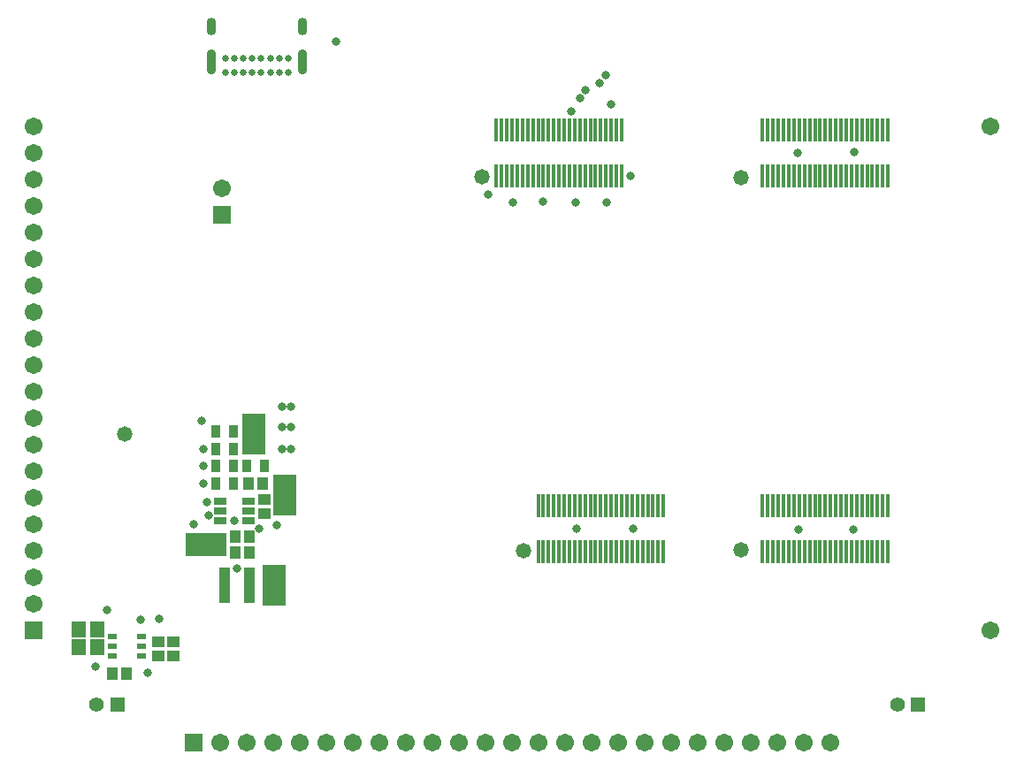
<source format=gbr>
%TF.GenerationSoftware,Altium Limited,Altium Designer,22.7.1 (60)*%
G04 Layer_Color=16711935*
%FSLAX45Y45*%
%MOMM*%
%TF.SameCoordinates,3BEA7849-7BF4-4C83-8F54-36563B6BDC8B*%
%TF.FilePolarity,Negative*%
%TF.FileFunction,Soldermask,Bot*%
%TF.Part,Single*%
G01*
G75*
%TA.AperFunction,ComponentPad*%
%ADD18C,0.65000*%
G04:AMPARAMS|DCode=19|XSize=0.9mm|YSize=2.4mm|CornerRadius=0.45mm|HoleSize=0mm|Usage=FLASHONLY|Rotation=0.000|XOffset=0mm|YOffset=0mm|HoleType=Round|Shape=RoundedRectangle|*
%AMROUNDEDRECTD19*
21,1,0.90000,1.50000,0,0,0.0*
21,1,0.00000,2.40000,0,0,0.0*
1,1,0.90000,0.00000,-0.75000*
1,1,0.90000,0.00000,-0.75000*
1,1,0.90000,0.00000,0.75000*
1,1,0.90000,0.00000,0.75000*
%
%ADD19ROUNDEDRECTD19*%
G04:AMPARAMS|DCode=20|XSize=0.9mm|YSize=1.7mm|CornerRadius=0.45mm|HoleSize=0mm|Usage=FLASHONLY|Rotation=0.000|XOffset=0mm|YOffset=0mm|HoleType=Round|Shape=RoundedRectangle|*
%AMROUNDEDRECTD20*
21,1,0.90000,0.80000,0,0,0.0*
21,1,0.00000,1.70000,0,0,0.0*
1,1,0.90000,0.00000,-0.40000*
1,1,0.90000,0.00000,-0.40000*
1,1,0.90000,0.00000,0.40000*
1,1,0.90000,0.00000,0.40000*
%
%ADD20ROUNDEDRECTD20*%
%TA.AperFunction,SMDPad,CuDef*%
%ADD33R,0.95250X0.60960*%
%ADD35R,0.98000X3.40000*%
%ADD47R,4.00320X2.23320*%
%ADD48R,1.10320X1.20320*%
%ADD49R,1.05320X1.15320*%
%ADD50R,0.85320X1.25320*%
%ADD51R,2.23320X4.00320*%
%ADD52R,1.15320X1.05320*%
%ADD53R,1.35320X1.55320*%
%ADD54R,1.20320X1.10320*%
%ADD55R,1.20320X0.80320*%
%ADD56R,0.45320X2.20320*%
%TA.AperFunction,ComponentPad*%
%ADD57C,1.40320*%
%ADD58R,1.40320X1.40320*%
%ADD59C,1.70320*%
%ADD60R,1.70320X1.70320*%
%ADD61R,1.70320X1.70320*%
%TA.AperFunction,ViaPad*%
%ADD62C,1.70320*%
%ADD63C,0.83820*%
%ADD64C,1.47320*%
D18*
X2102100Y7009600D02*
D03*
X2187101D02*
D03*
X2272100D02*
D03*
X2357100D02*
D03*
X2442101D02*
D03*
X2527101D02*
D03*
X2612100D02*
D03*
X2697101D02*
D03*
Y6874600D02*
D03*
X2612100D02*
D03*
X2527101D02*
D03*
X2442101D02*
D03*
X2357100D02*
D03*
X2272100D02*
D03*
X2187101D02*
D03*
X2102100D02*
D03*
D19*
X2832101Y6972600D02*
D03*
X1967100D02*
D03*
D20*
X2832101Y7310600D02*
D03*
X1967100D02*
D03*
D33*
X1292581Y1473352D02*
D03*
Y1379372D02*
D03*
Y1285392D02*
D03*
X1016991D02*
D03*
Y1379372D02*
D03*
Y1473352D02*
D03*
D35*
X2087947Y1961286D02*
D03*
X2324947D02*
D03*
D47*
X1909674Y2354834D02*
D03*
D48*
X2325560Y2425802D02*
D03*
X2190560D02*
D03*
X1151369Y1116127D02*
D03*
X1016369D02*
D03*
X2190560Y2277415D02*
D03*
X2325560D02*
D03*
D49*
X2452092Y2935478D02*
D03*
X2322092D02*
D03*
D50*
X2302092Y3103220D02*
D03*
X2472092D02*
D03*
X2175318Y2935478D02*
D03*
X2005318D02*
D03*
X2175318Y3103220D02*
D03*
X2005318D02*
D03*
X2175318Y3270961D02*
D03*
X2005318D02*
D03*
X2175318Y3438703D02*
D03*
X2005318D02*
D03*
D51*
X2374189Y3412896D02*
D03*
X2664511Y2825801D02*
D03*
X2567737Y1961286D02*
D03*
D52*
X2470963Y2651123D02*
D03*
Y2781123D02*
D03*
D53*
X868144Y1367739D02*
D03*
X693144D02*
D03*
X868143Y1541932D02*
D03*
X693143D02*
D03*
D54*
X1599997Y1287336D02*
D03*
Y1422336D02*
D03*
X1458062Y1287336D02*
D03*
Y1422336D02*
D03*
D55*
X2322574Y2580640D02*
D03*
Y2675640D02*
D03*
Y2770640D02*
D03*
X2047574D02*
D03*
Y2675640D02*
D03*
Y2580640D02*
D03*
D56*
X6292406Y2723489D02*
D03*
X6242406D02*
D03*
X6192406D02*
D03*
X6142406D02*
D03*
X5942406D02*
D03*
X5992406D02*
D03*
X6092406D02*
D03*
X5892406D02*
D03*
X6042406D02*
D03*
X5842406D02*
D03*
X5792406D02*
D03*
X5592406D02*
D03*
X5642406D02*
D03*
X5742406D02*
D03*
X5542406D02*
D03*
X5692406D02*
D03*
X5492406D02*
D03*
X5442406D02*
D03*
X5242406D02*
D03*
X5292406D02*
D03*
X5392406D02*
D03*
X5192406D02*
D03*
X5342406D02*
D03*
X5142406D02*
D03*
X5092406D02*
D03*
X6292406Y2283489D02*
D03*
X6242406D02*
D03*
X6192406D02*
D03*
X6142406D02*
D03*
X5942406D02*
D03*
X5992406D02*
D03*
X6092406D02*
D03*
X5892406D02*
D03*
X6042406D02*
D03*
X5842406D02*
D03*
X5792406D02*
D03*
X5592406D02*
D03*
X5642406D02*
D03*
X5742406D02*
D03*
X5542406D02*
D03*
X5692406D02*
D03*
X5492406D02*
D03*
X5442406D02*
D03*
X5242406D02*
D03*
X5292406D02*
D03*
X5392406D02*
D03*
X5192406D02*
D03*
X5342406D02*
D03*
X5142406D02*
D03*
X5092406D02*
D03*
X8442406Y2723489D02*
D03*
X8392406D02*
D03*
X8342406D02*
D03*
X8292406D02*
D03*
X8092406D02*
D03*
X8142406D02*
D03*
X8242406D02*
D03*
X8042406D02*
D03*
X8192406D02*
D03*
X7992406D02*
D03*
X7942406D02*
D03*
X7742406D02*
D03*
X7792406D02*
D03*
X7892406D02*
D03*
X7692406D02*
D03*
X7842406D02*
D03*
X7642406D02*
D03*
X7592406D02*
D03*
X7392406D02*
D03*
X7442406D02*
D03*
X7542406D02*
D03*
X7342406D02*
D03*
X7492406D02*
D03*
X7292406D02*
D03*
X7242406D02*
D03*
X8442406Y2283489D02*
D03*
X8392406D02*
D03*
X8342406D02*
D03*
X8292406D02*
D03*
X8092406D02*
D03*
X8142406D02*
D03*
X8242406D02*
D03*
X8042406D02*
D03*
X8192406D02*
D03*
X7992406D02*
D03*
X7942406D02*
D03*
X7742406D02*
D03*
X7792406D02*
D03*
X7892406D02*
D03*
X7692406D02*
D03*
X7842406D02*
D03*
X7642406D02*
D03*
X7592406D02*
D03*
X7392406D02*
D03*
X7442406D02*
D03*
X7542406D02*
D03*
X7342406D02*
D03*
X7492406D02*
D03*
X7292406D02*
D03*
X7242406D02*
D03*
X8442406Y6323489D02*
D03*
X8392406D02*
D03*
X8342406D02*
D03*
X8292406D02*
D03*
X8092406D02*
D03*
X8142406D02*
D03*
X8242406D02*
D03*
X8042406D02*
D03*
X8192406D02*
D03*
X7992406D02*
D03*
X7942406D02*
D03*
X7742406D02*
D03*
X7792406D02*
D03*
X7892406D02*
D03*
X7692406D02*
D03*
X7842406D02*
D03*
X7642406D02*
D03*
X7592406D02*
D03*
X7392406D02*
D03*
X7442406D02*
D03*
X7542406D02*
D03*
X7342406D02*
D03*
X7492406D02*
D03*
X7292406D02*
D03*
X7242406D02*
D03*
X8442406Y5883489D02*
D03*
X8392406D02*
D03*
X8342406D02*
D03*
X8292406D02*
D03*
X8092406D02*
D03*
X8142406D02*
D03*
X8242406D02*
D03*
X8042406D02*
D03*
X8192406D02*
D03*
X7992406D02*
D03*
X7942406D02*
D03*
X7742406D02*
D03*
X7792406D02*
D03*
X7892406D02*
D03*
X7692406D02*
D03*
X7842406D02*
D03*
X7642406D02*
D03*
X7592406D02*
D03*
X7392406D02*
D03*
X7442406D02*
D03*
X7542406D02*
D03*
X7342406D02*
D03*
X7492406D02*
D03*
X7292406D02*
D03*
X7242406D02*
D03*
X5892406Y6323489D02*
D03*
X5842406D02*
D03*
X5792406D02*
D03*
X5742406D02*
D03*
X5542406D02*
D03*
X5592406D02*
D03*
X5692406D02*
D03*
X5492406D02*
D03*
X5642406D02*
D03*
X5442406D02*
D03*
X5392406D02*
D03*
X5192406D02*
D03*
X5242406D02*
D03*
X5342406D02*
D03*
X5142406D02*
D03*
X5292406D02*
D03*
X5092406D02*
D03*
X5042406D02*
D03*
X4842406D02*
D03*
X4892406D02*
D03*
X4992406D02*
D03*
X4792406D02*
D03*
X4942406D02*
D03*
X4742406D02*
D03*
X4692406D02*
D03*
X5892406Y5883489D02*
D03*
X5842406D02*
D03*
X5792406D02*
D03*
X5742406D02*
D03*
X5542406D02*
D03*
X5592406D02*
D03*
X5692406D02*
D03*
X5492406D02*
D03*
X5642406D02*
D03*
X5442406D02*
D03*
X5392406D02*
D03*
X5192406D02*
D03*
X5242406D02*
D03*
X5342406D02*
D03*
X5142406D02*
D03*
X5292406D02*
D03*
X5092406D02*
D03*
X5042406D02*
D03*
X4842406D02*
D03*
X4892406D02*
D03*
X4992406D02*
D03*
X4792406D02*
D03*
X4942406D02*
D03*
X4742406D02*
D03*
X4692406D02*
D03*
D57*
X865509Y824091D02*
D03*
X8531229D02*
D03*
D58*
X1065509D02*
D03*
X8731229D02*
D03*
D59*
X259000Y6361300D02*
D03*
Y6107300D02*
D03*
Y5853300D02*
D03*
Y5599300D02*
D03*
Y5345300D02*
D03*
Y5091300D02*
D03*
Y4837300D02*
D03*
Y4583300D02*
D03*
Y4329300D02*
D03*
Y4075300D02*
D03*
Y3821300D02*
D03*
Y3567300D02*
D03*
Y3313300D02*
D03*
Y3059300D02*
D03*
Y2805300D02*
D03*
Y2551300D02*
D03*
Y2297300D02*
D03*
Y2043300D02*
D03*
Y1789300D02*
D03*
X2048430Y455000D02*
D03*
X2302430D02*
D03*
X2556430D02*
D03*
X2810430D02*
D03*
X3064430D02*
D03*
X3318430D02*
D03*
X3572430D02*
D03*
X3826430D02*
D03*
X4080430D02*
D03*
X4334430D02*
D03*
X4588430D02*
D03*
X4842430D02*
D03*
X5096430D02*
D03*
X5350430D02*
D03*
X5604430D02*
D03*
X5858430D02*
D03*
X6112430D02*
D03*
X6366430D02*
D03*
X6620430D02*
D03*
X6874430D02*
D03*
X7128430D02*
D03*
X7382430D02*
D03*
X7636430D02*
D03*
X7890430D02*
D03*
X2061718Y5768848D02*
D03*
D60*
X259000Y1535300D02*
D03*
X2061718Y5514848D02*
D03*
D61*
X1794430Y455000D02*
D03*
D62*
X9425860Y1535300D02*
D03*
Y6361300D02*
D03*
D63*
X8116113Y6109665D02*
D03*
X7580630Y6103214D02*
D03*
X8109661Y2496769D02*
D03*
X7587082D02*
D03*
X6006440Y2503221D02*
D03*
X5464505D02*
D03*
X5140006Y5638470D02*
D03*
X4852096Y5631175D02*
D03*
X5452096Y5631180D02*
D03*
X5752096D02*
D03*
X5412892Y6503213D02*
D03*
X5980633Y5883859D02*
D03*
X4612894Y5703214D02*
D03*
X2587092Y2535479D02*
D03*
X2180641Y2580640D02*
D03*
X2206447Y2122576D02*
D03*
X1883867Y2935478D02*
D03*
X1793545Y2548382D02*
D03*
X1883867Y3109671D02*
D03*
Y3264510D02*
D03*
X1941932Y2632253D02*
D03*
X1870964Y3535477D02*
D03*
X961288Y1729029D02*
D03*
X1354836Y1122578D02*
D03*
X851611Y1187094D02*
D03*
X1290320Y1632255D02*
D03*
X5677408Y6774180D02*
D03*
X5742305Y6849491D02*
D03*
X5541924Y6703212D02*
D03*
X5490312Y6632245D02*
D03*
X1922577Y2761285D02*
D03*
X5793537Y6567729D02*
D03*
X1464513Y1638706D02*
D03*
X2645156Y3477412D02*
D03*
X2729027Y3270961D02*
D03*
Y3477412D02*
D03*
Y3677412D02*
D03*
X2638704D02*
D03*
Y3270961D02*
D03*
X2419350Y2503221D02*
D03*
X3161284Y7174179D02*
D03*
D64*
X4554830Y5877408D02*
D03*
X1135482Y3412896D02*
D03*
X7038696Y2303221D02*
D03*
Y5870956D02*
D03*
X4954829Y2296770D02*
D03*
%TF.MD5,960d457d706175ef182b96aa1fcf8f9c*%
M02*

</source>
